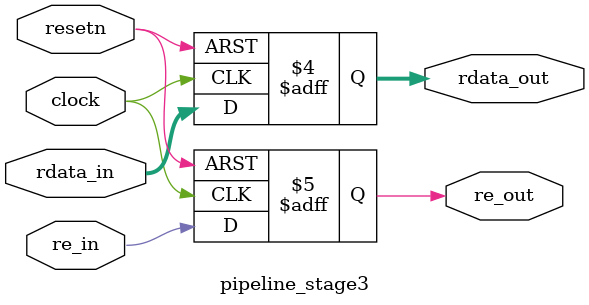
<source format=sv>
module registered_output_regfile #(
    parameter WIDTH = 32,
    parameter ADDR_WIDTH = 5,
    parameter DEPTH = 2**ADDR_WIDTH
)(
    input  wire                   clock,
    input  wire                   resetn,
    input  wire                   we,
    input  wire [ADDR_WIDTH-1:0]  waddr,
    input  wire [WIDTH-1:0]       wdata,
    input  wire                   re,
    input  wire [ADDR_WIDTH-1:0]  raddr,
    output reg  [WIDTH-1:0]       rdata,
    output reg                    rvalid
);

    // Internal signals
    wire [WIDTH-1:0] rdata_stage1;
    wire [ADDR_WIDTH-1:0] raddr_stage1;
    wire re_stage1;
    wire [WIDTH-1:0] rdata_stage2;
    wire re_stage2;
    wire [WIDTH-1:0] rdata_stage3;
    wire re_stage3;

    // Memory array module
    memory_array #(
        .WIDTH(WIDTH),
        .ADDR_WIDTH(ADDR_WIDTH),
        .DEPTH(DEPTH)
    ) mem_inst (
        .clock(clock),
        .resetn(resetn),
        .we(we),
        .waddr(waddr),
        .wdata(wdata),
        .raddr(raddr),
        .rdata(rdata_stage1)
    );

    // Pipeline stage 1 module
    pipeline_stage1 #(
        .WIDTH(WIDTH),
        .ADDR_WIDTH(ADDR_WIDTH)
    ) stage1_inst (
        .clock(clock),
        .resetn(resetn),
        .re(re),
        .raddr(raddr),
        .rdata_in(rdata_stage1),
        .rdata_out(rdata_stage2),
        .raddr_out(raddr_stage1),
        .re_out(re_stage1)
    );

    // Pipeline stage 2 module
    pipeline_stage2 #(
        .WIDTH(WIDTH)
    ) stage2_inst (
        .clock(clock),
        .resetn(resetn),
        .re_in(re_stage1),
        .rdata_in(rdata_stage2),
        .rdata_out(rdata_stage3),
        .re_out(re_stage2)
    );

    // Pipeline stage 3 module
    pipeline_stage3 #(
        .WIDTH(WIDTH)
    ) stage3_inst (
        .clock(clock),
        .resetn(resetn),
        .re_in(re_stage2),
        .rdata_in(rdata_stage3),
        .rdata_out(rdata),
        .re_out(re_stage3)
    );

    // Output valid generation
    always @(posedge clock or negedge resetn) begin
        if (!resetn)
            rvalid <= 1'b0;
        else
            rvalid <= re_stage3;
    end

endmodule

// Memory array module
module memory_array #(
    parameter WIDTH = 32,
    parameter ADDR_WIDTH = 5,
    parameter DEPTH = 2**ADDR_WIDTH
)(
    input  wire                   clock,
    input  wire                   resetn,
    input  wire                   we,
    input  wire [ADDR_WIDTH-1:0]  waddr,
    input  wire [WIDTH-1:0]       wdata,
    input  wire [ADDR_WIDTH-1:0]  raddr,
    output reg  [WIDTH-1:0]       rdata
);

    reg [WIDTH-1:0] registers [0:DEPTH-1];
    integer i;

    always @(posedge clock or negedge resetn) begin
        if (!resetn) begin
            for (i = 0; i < DEPTH; i = i + 1)
                registers[i] <= {WIDTH{1'b0}};
        end
        else if (we)
            registers[waddr] <= wdata;
    end

    always @(posedge clock) begin
        rdata <= registers[raddr];
    end

endmodule

// Pipeline stage 1 module
module pipeline_stage1 #(
    parameter WIDTH = 32,
    parameter ADDR_WIDTH = 5
)(
    input  wire                   clock,
    input  wire                   resetn,
    input  wire                   re,
    input  wire [ADDR_WIDTH-1:0]  raddr,
    input  wire [WIDTH-1:0]       rdata_in,
    output reg  [WIDTH-1:0]       rdata_out,
    output reg  [ADDR_WIDTH-1:0]  raddr_out,
    output reg                    re_out
);

    always @(posedge clock or negedge resetn) begin
        if (!resetn) begin
            rdata_out <= {WIDTH{1'b0}};
            raddr_out <= {ADDR_WIDTH{1'b0}};
            re_out <= 1'b0;
        end
        else begin
            rdata_out <= rdata_in;
            raddr_out <= raddr;
            re_out <= re;
        end
    end

endmodule

// Pipeline stage 2 module
module pipeline_stage2 #(
    parameter WIDTH = 32
)(
    input  wire                   clock,
    input  wire                   resetn,
    input  wire                   re_in,
    input  wire [WIDTH-1:0]       rdata_in,
    output reg  [WIDTH-1:0]       rdata_out,
    output reg                    re_out
);

    always @(posedge clock or negedge resetn) begin
        if (!resetn) begin
            rdata_out <= {WIDTH{1'b0}};
            re_out <= 1'b0;
        end
        else begin
            rdata_out <= rdata_in;
            re_out <= re_in;
        end
    end

endmodule

// Pipeline stage 3 module
module pipeline_stage3 #(
    parameter WIDTH = 32
)(
    input  wire                   clock,
    input  wire                   resetn,
    input  wire                   re_in,
    input  wire [WIDTH-1:0]       rdata_in,
    output reg  [WIDTH-1:0]       rdata_out,
    output reg                    re_out
);

    always @(posedge clock or negedge resetn) begin
        if (!resetn) begin
            rdata_out <= {WIDTH{1'b0}};
            re_out <= 1'b0;
        end
        else begin
            rdata_out <= rdata_in;
            re_out <= re_in;
        end
    end

endmodule
</source>
